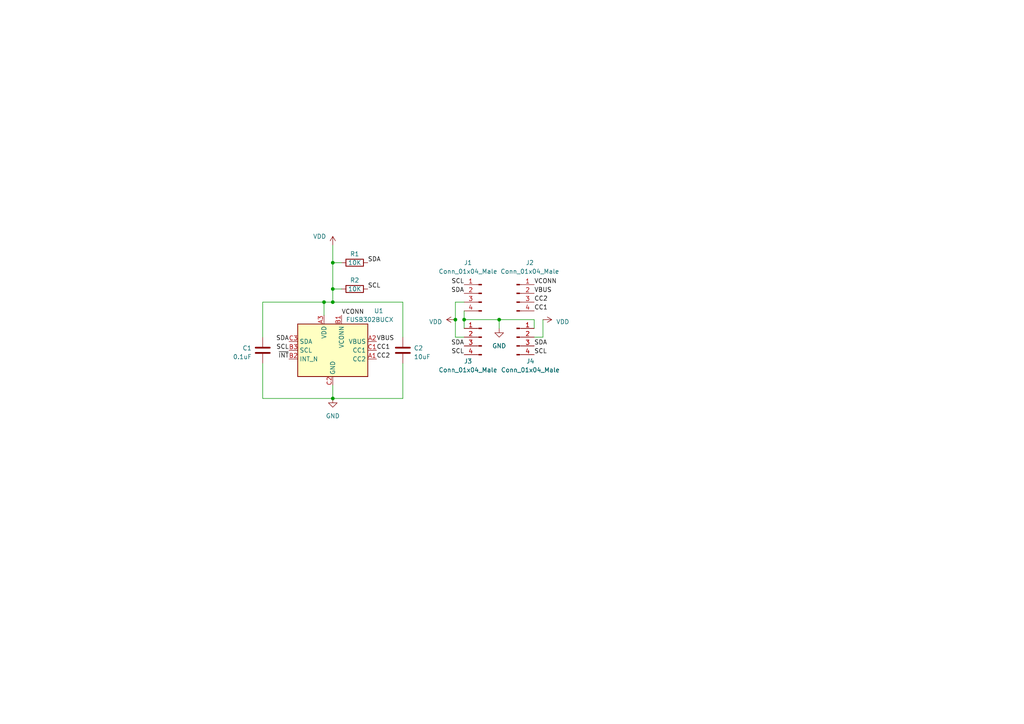
<source format=kicad_sch>
(kicad_sch (version 20210406) (generator eeschema)
  (paper "A4")
  (lib_symbols
    (symbol "Connector:Conn_01x04_Male" (pin_names (offset 1.016) hide)
      (property "Reference" "J" (at 0 5.08 0))
      (property "Value" "Conn_01x04_Male" (at 0 -7.62 0))
      (symbol "Conn_01x04_Male_1_1"
        (rectangle (start 0.8636 -4.953) (end 0 -5.207) (stroke (width 0.1524)) (fill (type outline)))
        (rectangle (start 0.8636 -2.413) (end 0 -2.667) (stroke (width 0.1524)) (fill (type outline)))
        (rectangle (start 0.8636 0.127) (end 0 -0.127) (stroke (width 0.1524)) (fill (type outline)))
        (rectangle (start 0.8636 2.667) (end 0 2.413) (stroke (width 0.1524)) (fill (type outline)))
        (polyline (pts (xy 1.27 -5.08) (xy 0.8636 -5.08)) (stroke (width 0.1524)))
        (polyline (pts (xy 1.27 -2.54) (xy 0.8636 -2.54)) (stroke (width 0.1524)))
        (polyline (pts (xy 1.27 0) (xy 0.8636 0)) (stroke (width 0.1524)))
        (polyline (pts (xy 1.27 2.54) (xy 0.8636 2.54)) (stroke (width 0.1524)))
        (pin passive line (at 5.08 2.54 180) (length 3.81) (name "Pin_1") (number "1"))
        (pin passive line (at 5.08 0 180) (length 3.81) (name "Pin_2") (number "2"))
        (pin passive line (at 5.08 -2.54 180) (length 3.81) (name "Pin_3") (number "3"))
        (pin passive line (at 5.08 -5.08 180) (length 3.81) (name "Pin_4") (number "4"))
      )
    )
    (symbol "Device:C" (pin_numbers hide) (pin_names (offset 0.254))
      (property "Reference" "C" (at 0.635 2.54 0))
      (property "Value" "C" (at 0.635 -2.54 0))
      (symbol "C_0_1"
        (polyline (pts (xy -2.032 -0.762) (xy 2.032 -0.762)) (stroke (width 0.508)))
        (polyline (pts (xy -2.032 0.762) (xy 2.032 0.762)) (stroke (width 0.508)))
      )
      (symbol "C_1_1"
        (pin passive line (at 0 3.81 270) (length 2.794) (name "~") (number "1"))
        (pin passive line (at 0 -3.81 90) (length 2.794) (name "~") (number "2"))
      )
    )
    (symbol "Device:R" (pin_numbers hide) (pin_names (offset 0))
      (property "Reference" "R" (at 2.032 0 90))
      (property "Value" "R" (at 0 0 90))
      (symbol "R_0_1"
        (rectangle (start -1.016 -2.54) (end 1.016 2.54) (stroke (width 0.254)))
      )
      (symbol "R_1_1"
        (pin passive line (at 0 3.81 270) (length 1.27) (name "~") (number "1"))
        (pin passive line (at 0 -3.81 90) (length 1.27) (name "~") (number "2"))
      )
    )
    (symbol "FUSB301:FUSB302BUCX"
      (property "Reference" "U" (at -10.16 8.89 0))
      (property "Value" "FUSB302BUCX" (at 3.81 8.89 0))
      (symbol "FUSB302BUCX_0_1"
        (rectangle (start -10.16 7.62) (end 10.16 -7.62) (stroke (width 0.254)) (fill (type background)))
      )
      (symbol "FUSB302BUCX_1_1"
        (pin bidirectional line (at 12.7 -2.54 180) (length 2.54) (name "CC2") (number "A1"))
        (pin input line (at 12.7 2.54 180) (length 2.54) (name "VBUS") (number "A2"))
        (pin power_in line (at -2.54 10.16 270) (length 2.54) (name "VDD") (number "A3"))
        (pin power_in line (at 2.54 10.16 270) (length 2.54) (name "VCONN") (number "B1"))
        (pin open_collector line (at -12.7 -2.54 0) (length 2.54) (name "INT_N") (number "B2"))
        (pin input line (at -12.7 0 0) (length 2.54) (name "SCL") (number "B3"))
        (pin bidirectional line (at 12.7 0 180) (length 2.54) (name "CC1") (number "C1"))
        (pin power_in line (at 0 -10.16 90) (length 2.54) (name "GND") (number "C2"))
        (pin bidirectional line (at -12.7 2.54 0) (length 2.54) (name "SDA") (number "C3"))
      )
    )
    (symbol "power:GND" (power) (pin_names (offset 0))
      (property "Value" "GND" (at 0 -3.81 0))
      (symbol "GND_0_1"
        (polyline (pts (xy 0 0) (xy 0 -1.27) (xy 1.27 -1.27) (xy 0 -2.54) (xy -1.27 -1.27) (xy 0 -1.27)))
      )
      (symbol "GND_1_1"
        (pin power_in line (at 0 0 270) (length 0) hide (name "GND") (number "1"))
      )
    )
    (symbol "power:VDD" (power) (pin_names (offset 0))
      (property "Value" "VDD" (at 0 3.81 0))
      (symbol "VDD_0_1"
        (polyline (pts (xy -0.762 1.27) (xy 0 2.54)))
        (polyline (pts (xy 0 0) (xy 0 2.54)))
        (polyline (pts (xy 0 2.54) (xy 0.762 1.27)))
      )
      (symbol "VDD_1_1"
        (pin power_in line (at 0 0 90) (length 0) hide (name "VDD") (number "1"))
      )
    )
  )
  (junction (at 93.98 87.63) (diameter 0.9144))
  (junction (at 96.52 76.2) (diameter 0.9144))
  (junction (at 96.52 83.82) (diameter 0.9144))
  (junction (at 96.52 87.63) (diameter 0.9144))
  (junction (at 96.52 115.57) (diameter 0.9144))
  (junction (at 132.08 92.71) (diameter 0.9144))
  (junction (at 134.62 92.71) (diameter 0.9144))
  (junction (at 144.78 92.71) (diameter 0.9144))
  (wire (pts (xy 76.2 87.63) (xy 93.98 87.63)))
  (wire (pts (xy 76.2 97.79) (xy 76.2 87.63)))
  (wire (pts (xy 76.2 105.41) (xy 76.2 115.57)))
  (wire (pts (xy 76.2 115.57) (xy 96.52 115.57)))
  (wire (pts (xy 93.98 87.63) (xy 96.52 87.63)))
  (wire (pts (xy 93.98 91.44) (xy 93.98 87.63)))
  (wire (pts (xy 96.52 71.12) (xy 96.52 76.2)))
  (wire (pts (xy 96.52 76.2) (xy 96.52 83.82)))
  (wire (pts (xy 96.52 76.2) (xy 99.06 76.2)))
  (wire (pts (xy 96.52 83.82) (xy 96.52 87.63)))
  (wire (pts (xy 96.52 83.82) (xy 99.06 83.82)))
  (wire (pts (xy 96.52 87.63) (xy 116.84 87.63)))
  (wire (pts (xy 96.52 111.76) (xy 96.52 115.57)))
  (wire (pts (xy 116.84 97.79) (xy 116.84 87.63)))
  (wire (pts (xy 116.84 105.41) (xy 116.84 115.57)))
  (wire (pts (xy 116.84 115.57) (xy 96.52 115.57)))
  (wire (pts (xy 132.08 87.63) (xy 134.62 87.63)))
  (wire (pts (xy 132.08 92.71) (xy 132.08 87.63)))
  (wire (pts (xy 132.08 97.79) (xy 132.08 92.71)))
  (wire (pts (xy 134.62 90.17) (xy 134.62 92.71)))
  (wire (pts (xy 134.62 92.71) (xy 134.62 95.25)))
  (wire (pts (xy 134.62 97.79) (xy 132.08 97.79)))
  (wire (pts (xy 144.78 92.71) (xy 134.62 92.71)))
  (wire (pts (xy 144.78 95.25) (xy 144.78 92.71)))
  (wire (pts (xy 154.94 92.71) (xy 144.78 92.71)))
  (wire (pts (xy 154.94 95.25) (xy 154.94 92.71)))
  (wire (pts (xy 157.48 92.71) (xy 157.48 97.79)))
  (wire (pts (xy 157.48 97.79) (xy 154.94 97.79)))
  (label "SDA" (at 83.82 99.06 180))
  (label "SCL" (at 83.82 101.6 180))
  (label "~INT" (at 83.82 104.14 180))
  (label "VCONN" (at 99.06 91.44 0))
  (label "SDA" (at 106.68 76.2 0))
  (label "SCL" (at 106.68 83.82 0))
  (label "VBUS" (at 109.22 99.06 0))
  (label "CC1" (at 109.22 101.6 0))
  (label "CC2" (at 109.22 104.14 0))
  (label "SCL" (at 134.62 82.55 180))
  (label "SDA" (at 134.62 85.09 180))
  (label "SDA" (at 134.62 100.33 180))
  (label "SCL" (at 134.62 102.87 180))
  (label "VCONN" (at 154.94 82.55 0))
  (label "VBUS" (at 154.94 85.09 0))
  (label "CC2" (at 154.94 87.63 0))
  (label "CC1" (at 154.94 90.17 0))
  (label "SDA" (at 154.94 100.33 0))
  (label "SCL" (at 154.94 102.87 0))
  (symbol (lib_id "power:VDD") (at 96.52 71.12 0) (mirror y) (unit 1)
    (property "Reference" "#PWR05" (effects hide))
    (property "Value" "VDD" (at 94.6149 68.58 0) (effects (justify left)))
  )
  (symbol (lib_id "power:VDD") (at 132.08 92.71 90) (unit 1)
    (property "Reference" "#PWR0103" (effects hide))
    (property "Value" "VDD" (at 128.27 93.3449 90) (effects (justify left)))
  )
  (symbol (lib_id "power:VDD") (at 157.48 92.71 270) (unit 1)
    (property "Reference" "#PWR04" (effects hide))
    (property "Value" "VDD" (at 161.29 93.3449 90) (effects (justify left)))
  )
  (symbol (lib_id "power:GND") (at 96.52 115.57 0) (unit 1)
    (property "Reference" "#PWR0101" (effects hide))
    (property "Value" "GND" (at 96.52 120.65 0))
  )
  (symbol (lib_id "power:GND") (at 144.78 95.25 0) (unit 1)
    (property "Reference" "#PWR0104" (effects hide))
    (property "Value" "GND" (at 144.78 100.33 0))
  )
  (symbol (lib_id "Device:R") (at 102.87 76.2 90) (mirror x) (unit 1)
    (property "Reference" "R1" (at 102.87 73.66 90))
    (property "Value" "10K" (at 102.87 76.2 90))
    (property "Footprint" "Resistor_SMD:R_0402_1005Metric" (effects hide))
    (property "LCSC" "C25744" (effects hide))
  )
  (symbol (lib_id "Device:R") (at 102.87 83.82 90) (mirror x) (unit 1)
    (property "Reference" "R2" (at 102.87 81.28 90))
    (property "Value" "10K" (at 102.87 83.82 90))
    (property "Footprint" "Resistor_SMD:R_0402_1005Metric" (effects hide))
    (property "LCSC" "C25744" (effects hide))
  )
  (symbol (lib_id "Device:C") (at 76.2 101.6 0) (mirror y) (unit 1)
    (property "Reference" "C1" (at 73.025 100.9649 0) (effects (justify left)))
    (property "Value" "0.1uF" (at 73.025 103.5049 0) (effects (justify left)))
    (property "Footprint" "Capacitor_SMD:C_0402_1005Metric" (effects hide))
    (property "LCSC" "C1525" (effects hide))
  )
  (symbol (lib_id "Device:C") (at 116.84 101.6 0) (unit 1)
    (property "Reference" "C2" (at 120.015 100.9649 0) (effects (justify left)))
    (property "Value" "10uF" (at 120.015 103.5049 0) (effects (justify left)))
    (property "Footprint" "Capacitor_SMD:C_0402_1005Metric" (effects hide))
    (property "LCSC" "C15525" (effects hide))
  )
  (symbol (lib_id "Connector:Conn_01x04_Male") (at 139.7 85.09 0) (mirror y) (unit 1)
    (property "Reference" "J1" (at 135.7376 76.2 0))
    (property "Value" "Conn_01x04_Male" (at 135.7376 78.74 0))
    (property "Footprint" "Connector_PinHeader_2.54mm:PinHeader_1x04_P2.54mm_Vertical" (effects hide))
  )
  (symbol (lib_id "Connector:Conn_01x04_Male") (at 139.7 97.79 0) (mirror y) (unit 1)
    (property "Reference" "J3" (at 135.7376 104.775 0))
    (property "Value" "Conn_01x04_Male" (at 135.7376 107.315 0))
    (property "Footprint" "Connector_JST:JST_SH_SM04B-SRSS-TB_1x04-1MP_P1.00mm_Horizontal" (effects hide))
    (property "LCSC" "C160404" (effects hide))
  )
  (symbol (lib_id "Connector:Conn_01x04_Male") (at 149.86 85.09 0) (unit 1)
    (property "Reference" "J2" (at 153.67 76.2 0))
    (property "Value" "Conn_01x04_Male" (at 153.67 78.74 0))
    (property "Footprint" "Connector_PinHeader_2.54mm:PinHeader_1x04_P2.54mm_Vertical" (effects hide))
  )
  (symbol (lib_id "Connector:Conn_01x04_Male") (at 149.86 97.79 0) (unit 1)
    (property "Reference" "J4" (at 153.8224 104.775 0))
    (property "Value" "Conn_01x04_Male" (at 153.8224 107.315 0))
    (property "Footprint" "Connector_JST:JST_SH_SM04B-SRSS-TB_1x04-1MP_P1.00mm_Horizontal" (effects hide))
    (property "LCSC" "C160404" (effects hide))
  )
  (symbol (lib_id "FUSB301:FUSB302BUCX") (at 96.52 101.6 0) (unit 1)
    (property "Reference" "U1" (at 109.855 90.17 0))
    (property "Value" "FUSB302BUCX" (at 100.33 92.71 0) (effects (justify left)))
    (property "Footprint" "FUSB301:WLCSP-9_1.260x1.215mm_P0.4mm" (effects hide))
    (property "Datasheet" "http://www.onsemi.com/pub/Collateral/FUSB302B-D.PDF" (effects hide))
  )
)
</source>
